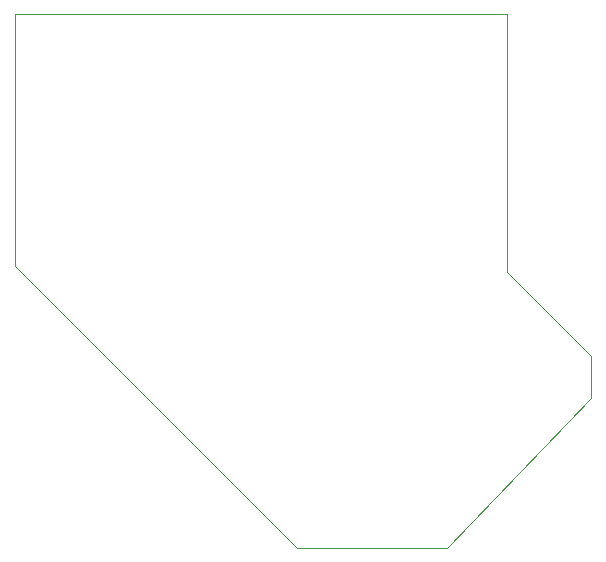
<source format=gbr>
%TF.GenerationSoftware,KiCad,Pcbnew,7.0.2*%
%TF.CreationDate,2023-05-19T20:53:45+09:00*%
%TF.ProjectId,555_practice,3535355f-7072-4616-9374-6963652e6b69,rev?*%
%TF.SameCoordinates,Original*%
%TF.FileFunction,Profile,NP*%
%FSLAX46Y46*%
G04 Gerber Fmt 4.6, Leading zero omitted, Abs format (unit mm)*
G04 Created by KiCad (PCBNEW 7.0.2) date 2023-05-19 20:53:45*
%MOMM*%
%LPD*%
G01*
G04 APERTURE LIST*
%TA.AperFunction,Profile*%
%ADD10C,0.100000*%
%TD*%
G04 APERTURE END LIST*
D10*
X88392000Y-135128000D02*
X64516000Y-111252000D01*
X106172000Y-89916000D02*
X106172000Y-111760000D01*
X90932000Y-135128000D02*
X88392000Y-135128000D01*
X106172000Y-111760000D02*
X113284000Y-118872000D01*
X64516000Y-89916000D02*
X65024000Y-89916000D01*
X101092000Y-135128000D02*
X90932000Y-135128000D01*
X113284000Y-122428000D02*
X101092000Y-135128000D01*
X113284000Y-118872000D02*
X113284000Y-122428000D01*
X65024000Y-89916000D02*
X106172000Y-89916000D01*
X64516000Y-111252000D02*
X64516000Y-89916000D01*
M02*

</source>
